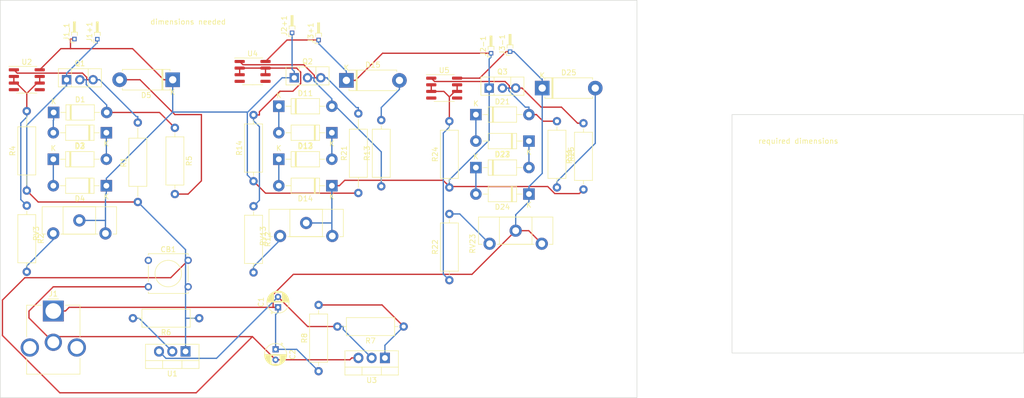
<source format=kicad_pcb>
(kicad_pcb (version 20211014) (generator pcbnew)
  (layers (0 "F.Cu" signal) (31 "B.Cu" signal) (34 "B.Paste" user) (35 "F.Paste" user) (36 "B.SilkS" user "B.Silkscreen") (37 "F.SilkS" user "F.Silkscreen") (38 "B.Mask" user) (39 "F.Mask" user) (44 "Edge.Cuts" user))
  (net 0 "")
  (net 1 "Net-(C1-Pad1)")
  (net 2 "Net-(C1-Pad2)")
  (net 3 "Net-(C2-Pad2)")
  (net 4 "Net-(D1-Pad1)")
  (net 5 "Net-(J1-Pad2)")
  (net 6 "Net-(D2-Pad1)")
  (net 7 "Net-(D3-Pad1)")
  (net 8 "Net-(D1-Pad2)")
  (net 9 "Net-(D4-Pad1)")
  (net 10 "Net-(D5-Pad2)")
  (net 11 "Net-(D11-Pad2)")
  (net 12 "Net-(D11-Pad1)")
  (net 13 "Net-(D12-Pad1)")
  (net 14 "Net-(D14-Pad1)")
  (net 15 "Net-(D15-Pad2)")
  (net 16 "Net-(D21-Pad1)")
  (net 17 "Net-(D21-Pad2)")
  (net 18 "Net-(D22-Pad1)")
  (net 19 "Net-(D23-Pad1)")
  (net 20 "Net-(D13-Pad1)")
  (net 21 "Net-(D25-Pad2)")
  (net 22 "Net-(J1+1-Pad1)")
  (net 23 "Net-(Q1-Pad3)")
  (net 24 "Net-(Q2-Pad3)")
  (net 25 "Net-(Q3-Pad3)")
  (net 26 "Net-(R2-Pad2)")
  (net 27 "Net-(R6-Pad2)")
  (net 28 "Net-(R7-Pad1)")
  (net 29 "Net-(R2-Pad1)")
  (net 30 "Net-(R12-Pad2)")
  (net 31 "Net-(R12-Pad1)")
  (net 32 "Net-(R22-Pad2)")
  (net 33 "Net-(R22-Pad1)")
  (footprint "Package_TO_SOT_THT:TO-126-3_Vertical" (layer "F.Cu") (at 164.32 68.58)
    (fp_text reference "Q3" (at 2.54 -3.12) (layer "F.SilkS"))
    (fp_text value "BD140")
    (pad "1" thru_hole rect (at 0 0) (size 1.8 1.8) (drill 1) (layers *.Cu *.Mask) (net 14 "Net-(D14-Pad1)"))
    (pad "2" thru_hole oval (at 2.54 0) (size 1.8 1.8) (drill 1) (layers *.Cu *.Mask) (net 17 "Net-(D21-Pad2)"))
    (pad "3" thru_hole oval (at 5.08 0) (size 1.8 1.8) (drill 1) (layers *.Cu *.Mask) (net 25 "Net-(Q3-Pad3)"))
  )
  (footprint "Button_Switch_THT:SW_Tactile_Straight_KSL0Axx1LFTR" (layer "F.Cu") (at 99.06 101.6)
    (fp_text reference "CB1" (at 3.81 -2.08) (layer "F.SilkS"))
    (fp_text value "CircuitBreaker_1P")
    (pad "1" thru_hole circle (at 7.62 0) (size 1.397 1.397) (drill 0.8128) (layers *.Cu *.Mask) (net 3 "Net-(C2-Pad2)"))
    (pad "1" thru_hole circle (at 0 0) (size 1.397 1.397) (drill 0.8128) (layers *.Cu *.Mask) (net 3 "Net-(C2-Pad2)"))
    (pad "2" thru_hole circle (at 0 5.08) (size 1.397 1.397) (drill 0.8128) (layers *.Cu *.Mask) (net 5 "Net-(J1-Pad2)"))
    (pad "2" thru_hole circle (at 7.62 5.08) (size 1.397 1.397) (drill 0.8128) (layers *.Cu *.Mask) (net 5 "Net-(J1-Pad2)"))
  )
  (footprint "Capacitor_THT:CP_Radial_D4.0mm_P2.00mm" (layer "F.Cu") (at 123.423 118.668 -90)
    (fp_text reference "C2" (at 1 -3.25 90) (layer "F.SilkS"))
    (fp_text value "100uF")
    (pad "1" thru_hole rect (at 0 0 270) (size 1.2 1.2) (drill 0.6) (layers *.Cu *.Mask) (net 1 "Net-(C1-Pad1)"))
    (pad "2" thru_hole circle (at 2 0 270) (size 1.2 1.2) (drill 0.6) (layers *.Cu *.Mask) (net 3 "Net-(C2-Pad2)"))
  )
  (footprint "Connector_PinHeader_1.00mm:PinHeader_1x01_P1.00mm_Horizontal" (layer "F.Cu") (at 89.285 59.195 90)
    (fp_text reference "J1+1" (at 1.375 -1.5 90) (layer "F.SilkS"))
    (fp_text value "Conn_01x01")
    (pad "1" thru_hole rect (at 0 0 90) (size 0.85 0.85) (drill 0.5) (layers *.Cu *.Mask) (net 22 "Net-(J1+1-Pad1)"))
  )
  (footprint "Resistor_THT:R_Axial_DIN0309_L9.0mm_D3.2mm_P12.70mm_Horizontal" (layer "F.Cu") (at 119.2 86.43 90)
    (fp_text reference "R14" (at 6.35 -2.72 90) (layer "F.SilkS"))
    (fp_text value "R")
    (pad "1" thru_hole circle (at 0 0 90) (size 1.6 1.6) (drill 0.8) (layers *.Cu *.Mask) (net 9 "Net-(D4-Pad1)"))
    (pad "2" thru_hole oval (at 12.7 0 90) (size 1.6 1.6) (drill 0.8) (layers *.Cu *.Mask) (net 31 "Net-(R12-Pad1)"))
  )
  (footprint "Capacitor_THT:CP_Radial_D4.0mm_P2.00mm" (layer "F.Cu") (at 123.8855 110.6126 90)
    (fp_text reference "C1" (at 1 -3.25 90) (layer "F.SilkS"))
    (fp_text value "100uF")
    (pad "1" thru_hole rect (at 0 0 90) (size 1.2 1.2) (drill 0.6) (layers *.Cu *.Mask) (net 1 "Net-(C1-Pad1)"))
    (pad "2" thru_hole circle (at 2 0 90) (size 1.2 1.2) (drill 0.6) (layers *.Cu *.Mask) (net 2 "Net-(C1-Pad2)"))
  )
  (footprint "Resistor_THT:R_Axial_DIN0309_L9.0mm_D3.2mm_P12.70mm_Horizontal" (layer "F.Cu") (at 108.8 112.7 180)
    (fp_text reference "R6" (at 6.35 -2.72) (layer "F.SilkS"))
    (fp_text value "1R1W")
    (pad "1" thru_hole circle (at 0 0 180) (size 1.6 1.6) (drill 0.8) (layers *.Cu *.Mask) (net 22 "Net-(J1+1-Pad1)"))
    (pad "2" thru_hole oval (at 12.7 0 180) (size 1.6 1.6) (drill 0.8) (layers *.Cu *.Mask) (net 27 "Net-(R6-Pad2)"))
  )
  (footprint "Connector_PinHeader_1.00mm:PinHeader_1x01_P1.00mm_Horizontal" (layer "F.Cu") (at 126.58 57.985 90)
    (fp_text reference "J2+1" (at 1.375 -1.5 90) (layer "F.SilkS"))
    (fp_text value "Conn_01x01")
    (pad "1" thru_hole rect (at 0 0 90) (size 0.85 0.85) (drill 0.5) (layers *.Cu *.Mask) (net 9 "Net-(D4-Pad1)"))
  )
  (footprint "Diode_THT:D_DO-41_SOD81_P10.16mm_Horizontal" (layer "F.Cu") (at 161.78 73.66)
    (fp_text reference "D21" (at 5.08 -2.47) (layer "F.SilkS"))
    (fp_text value "1N4007")
    (fp_text user "K" (at 0 -2.1) (layer "F.SilkS"))
    (pad "1" thru_hole rect (at 0 0) (size 2.2 2.2) (drill 1.1) (layers *.Cu *.Mask) (net 16 "Net-(D21-Pad1)"))
    (pad "2" thru_hole oval (at 10.16 0) (size 2.2 2.2) (drill 1.1) (layers *.Cu *.Mask) (net 17 "Net-(D21-Pad2)"))
  )
  (footprint "Resistor_THT:R_Axial_DIN0309_L9.0mm_D3.2mm_P12.70mm_Horizontal" (layer "F.Cu") (at 147.95 114.3 180)
    (fp_text reference "R7" (at 6.35 -2.72) (layer "F.SilkS"))
    (fp_text value "520R")
    (pad "1" thru_hole circle (at 0 0 180) (size 1.6 1.6) (drill 0.8) (layers *.Cu *.Mask) (net 28 "Net-(R7-Pad1)"))
    (pad "2" thru_hole oval (at 12.7 0 180) (size 1.6 1.6) (drill 0.8) (layers *.Cu *.Mask) (net 2 "Net-(C1-Pad2)"))
  )
  (footprint "Diode_THT:D_5W_P10.16mm_Horizontal" (layer "F.Cu") (at 136.98 67.1)
    (fp_text reference "D15" (at 5.08 -2.97) (layer "F.SilkS"))
    (fp_text value "LED")
    (fp_text user "K" (at 0 -2.4) (layer "F.SilkS"))
    (pad "1" thru_hole rect (at 0 0) (size 2.8 2.8) (drill 1.4) (layers *.Cu *.Mask) (net 14 "Net-(D14-Pad1)"))
    (pad "2" thru_hole oval (at 10.16 0) (size 2.8 2.8) (drill 1.4) (layers *.Cu *.Mask) (net 15 "Net-(D15-Pad2)"))
  )
  (footprint "Resistor_THT:R_Axial_DIN0309_L9.0mm_D3.2mm_P12.70mm_Horizontal" (layer "F.Cu") (at 131.66 122.86 90)
    (fp_text reference "R8" (at 6.35 -2.72 90) (layer "F.SilkS"))
    (fp_text value "4.7kR")
    (pad "1" thru_hole circle (at 0 0 90) (size 1.6 1.6) (drill 0.8) (layers *.Cu *.Mask) (net 1 "Net-(C1-Pad1)"))
    (pad "2" thru_hole oval (at 12.7 0 90) (size 1.6 1.6) (drill 0.8) (layers *.Cu *.Mask) (net 28 "Net-(R7-Pad1)"))
  )
  (footprint "Package_TO_SOT_THT:TO-126-3_Vertical" (layer "F.Cu") (at 127 66.605)
    (fp_text reference "Q2" (at 2.54 -3.12) (layer "F.SilkS"))
    (fp_text value "BD140")
    (pad "1" thru_hole rect (at 0 0) (size 1.8 1.8) (drill 1) (layers *.Cu *.Mask) (net 9 "Net-(D4-Pad1)"))
    (pad "2" thru_hole oval (at 2.54 0) (size 1.8 1.8) (drill 1) (layers *.Cu *.Mask) (net 11 "Net-(D11-Pad2)"))
    (pad "3" thru_hole oval (at 5.08 0) (size 1.8 1.8) (drill 1) (layers *.Cu *.Mask) (net 24 "Net-(Q2-Pad3)"))
  )
  (footprint "Package_SO:SOIC-8_3.9x4.9mm_P1.27mm" (layer "F.Cu") (at 119.02 65.38)
    (fp_text reference "U4" (at 0 -3.4) (layer "F.SilkS"))
    (fp_text value "TL431D")
    (pad "1" smd roundrect (at -2.475 -1.905) (size 1.95 0.6) (layers "F.Cu" "F.Paste" "F.Mask") (net 24 "Net-(Q2-Pad3)"))
    (pad "2" smd roundrect (at -2.475 -0.635) (size 1.95 0.6) (layers "F.Cu" "F.Paste" "F.Mask") (net 31 "Net-(R12-Pad1)"))
    (pad "3" smd roundrect (at -2.475 0.635) (size 1.95 0.6) (layers "F.Cu" "F.Paste" "F.Mask") (net 31 "Net-(R12-Pad1)"))
    (pad "4" smd roundrect (at -2.475 1.905) (size 1.95 0.6) (layers "F.Cu" "F.Paste" "F.Mask"))
    (pad "5" smd roundrect (at 2.475 1.905) (size 1.95 0.6) (layers "F.Cu" "F.Paste" "F.Mask"))
    (pad "6" smd roundrect (at 2.475 0.635) (size 1.95 0.6) (layers "F.Cu" "F.Paste" "F.Mask") (net 31 "Net-(R12-Pad1)"))
    (pad "7" smd roundrect (at 2.475 -0.635) (size 1.95 0.6) (layers "F.Cu" "F.Paste" "F.Mask") (net 31 "Net-(R12-Pad1)"))
    (pad "8" smd roundrect (at 2.475 -1.905) (size 1.95 0.6) (layers "F.Cu" "F.Paste" "F.Mask") (net 14 "Net-(D14-Pad1)"))
  )
  (footprint "Connector_PinHeader_1.00mm:PinHeader_1x01_P1.00mm_Horizontal" (layer "F.Cu") (at 131.66 59.36 90)
    (fp_text reference "J3+1" (at 1.375 -1.5 90) (layer "F.SilkS"))
    (fp_text value "Conn_01x01")
    (pad "1" thru_hole rect (at 0 0 90) (size 0.85 0.85) (drill 0.5) (layers *.Cu *.Mask) (net 14 "Net-(D14-Pad1)"))
  )
  (footprint "Diode_THT:D_5W_P10.16mm_Horizontal" (layer "F.Cu") (at 174.48 68.58)
    (fp_text reference "D25" (at 5.08 -2.97) (layer "F.SilkS"))
    (fp_text value "LED")
    (fp_text user "K" (at 0 -2.4) (layer "F.SilkS"))
    (pad "1" thru_hole rect (at 0 0) (size 2.8 2.8) (drill 1.4) (layers *.Cu *.Mask) (net 1 "Net-(C1-Pad1)"))
    (pad "2" thru_hole oval (at 10.16 0) (size 2.8 2.8) (drill 1.4) (layers *.Cu *.Mask) (net 21 "Net-(D25-Pad2)"))
  )
  (footprint "Diode_THT:D_DO-41_SOD81_P10.16mm_Horizontal" (layer "F.Cu") (at 124.04 72.06)
    (fp_text reference "D11" (at 5.08 -2.47) (layer "F.SilkS"))
    (fp_text value "1N4007")
    (fp_text user "K" (at 0 -2.1) (layer "F.SilkS"))
    (pad "1" thru_hole rect (at 0 0) (size 2.2 2.2) (drill 1.1) (layers *.Cu *.Mask) (net 12 "Net-(D11-Pad1)"))
    (pad "2" thru_hole oval (at 10.16 0) (size 2.2 2.2) (drill 1.1) (layers *.Cu *.Mask) (net 11 "Net-(D11-Pad2)"))
  )
  (footprint "Diode_THT:D_DO-41_SOD81_P10.16mm_Horizontal" (layer "F.Cu") (at 80.86 82.22)
    (fp_text reference "D3" (at 5.08 -2.47) (layer "F.SilkS"))
    (fp_text value "1N4007")
    (fp_text user "K" (at 0 -2.1) (layer "F.SilkS"))
    (pad "1" thru_hole rect (at 0 0) (size 2.2 2.2) (drill 1.1) (layers *.Cu *.Mask) (net 7 "Net-(D3-Pad1)"))
    (pad "2" thru_hole oval (at 10.16 0) (size 2.2 2.2) (drill 1.1) (layers *.Cu *.Mask) (net 6 "Net-(D2-Pad1)"))
  )
  (footprint "Resistor_THT:R_Axial_DIN0309_L9.0mm_D3.2mm_P12.70mm_Horizontal" (layer "F.Cu") (at 119.2 91.23 -90)
    (fp_text reference "R12" (at 6.35 -2.72 90) (layer "F.SilkS"))
    (fp_text value "R")
    (pad "1" thru_hole circle (at 0 0 270) (size 1.6 1.6) (drill 0.8) (layers *.Cu *.Mask) (net 31 "Net-(R12-Pad1)"))
    (pad "2" thru_hole oval (at 12.7 0 270) (size 1.6 1.6) (drill 0.8) (layers *.Cu *.Mask) (net 30 "Net-(R12-Pad2)"))
  )
  (footprint "Package_TO_SOT_THT:TO-220-3_Vertical" (layer "F.Cu") (at 106.18 119.07 180)
    (fp_text reference "U1" (at 2.54 -4.27) (layer "F.SilkS"))
    (fp_text value "LM317_TO-220")
    (pad "1" thru_hole rect (at 0 0 180) (size 1.905 2) (drill 1.1) (layers *.Cu *.Mask) (net 22 "Net-(J1+1-Pad1)"))
    (pad "2" thru_hole oval (at 2.54 0 180) (size 1.905 2) (drill 1.1) (layers *.Cu *.Mask) (net 27 "Net-(R6-Pad2)"))
    (pad "3" thru_hole oval (at 5.08 0 180) (size 1.905 2) (drill 1.1) (layers *.Cu *.Mask) (net 2 "Net-(C1-Pad2)"))
  )
  (footprint "Connector_PinHeader_1.00mm:PinHeader_1x01_P1.00mm_Horizontal" (layer "F.Cu") (at 84.9 59.175 90)
    (fp_text reference "J1_1" (at 1.375 -1.5 90) (layer "F.SilkS"))
    (fp_text value "Conn_01x01")
    (pad "1" thru_hole rect (at 0 0 90) (size 0.85 0.85) (drill 0.5) (layers *.Cu *.Mask) (net 9 "Net-(D4-Pad1)"))
  )
  (footprint "Diode_THT:D_DO-41_SOD81_P10.16mm_Horizontal" (layer "F.Cu") (at 134.2 87.3 180)
    (fp_text reference "D14" (at 5.08 -2.47) (layer "F.SilkS"))
    (fp_text value "1N4007")
    (fp_text user "K" (at 0 -2.1) (layer "F.SilkS"))
    (pad "1" thru_hole rect (at 0 0 180) (size 2.2 2.2) (drill 1.1) (layers *.Cu *.Mask) (net 14 "Net-(D14-Pad1)"))
    (pad "2" thru_hole oval (at 10.16 0 180) (size 2.2 2.2) (drill 1.1) (layers *.Cu *.Mask) (net 20 "Net-(D13-Pad1)"))
  )
  (footprint "Potentiometer_THT:Potentiometer_ACP_CA14-H2,5_Horizontal" (layer "F.Cu") (at 124.28 96.94 90)
    (fp_text reference "RV13" (at 0 -3.25 90) (layer "F.SilkS"))
    (fp_text value "R_Potentiometer")
    (pad "1" thru_hole circle (at 0 0 90) (size 2.34 2.34) (drill 1.3) (layers *.Cu *.Mask) (net 30 "Net-(R12-Pad2)"))
    (pad "2" thru_hole circle (at 2.5 5 90) (size 2.34 2.34) (drill 1.3) (layers *.Cu *.Mask) (net 14 "Net-(D14-Pad1)"))
    (pad "3" thru_hole circle (at 0 10 90) (size 2.34 2.34) (drill 1.3) (layers *.Cu *.Mask) (net 14 "Net-(D14-Pad1)"))
  )
  (footprint "Diode_THT:D_DO-41_SOD81_P10.16mm_Horizontal" (layer "F.Cu") (at 91.02 87.3 180)
    (fp_text reference "D4" (at 5.08 -2.47) (layer "F.SilkS"))
    (fp_text value "1N4007")
    (fp_text user "K" (at 0 -2.1) (layer "F.SilkS"))
    (pad "1" thru_hole rect (at 0 0 180) (size 2.2 2.2) (drill 1.1) (layers *.Cu *.Mask) (net 9 "Net-(D4-Pad1)"))
    (pad "2" thru_hole oval (at 10.16 0 180) (size 2.2 2.2) (drill 1.1) (layers *.Cu *.Mask) (net 7 "Net-(D3-Pad1)"))
  )
  (footprint "Package_TO_SOT_THT:TO-126-3_Vertical" (layer "F.Cu") (at 83.4 66.98)
    (fp_text reference "Q1" (at 2.54 -3.12) (layer "F.SilkS"))
    (fp_text value "BD140")
    (pad "1" thru_hole rect (at 0 0) (size 1.8 1.8) (drill 1) (layers *.Cu *.Mask) (net 22 "Net-(J1+1-Pad1)"))
    (pad "2" thru_hole oval (at 2.54 0) (size 1.8 1.8) (drill 1) (layers *.Cu *.Mask) (net 8 "Net-(D1-Pad2)"))
    (pad "3" thru_hole oval (at 5.08 0) (size 1.8 1.8) (drill 1) (layers *.Cu *.Mask) (net 23 "Net-(Q1-Pad3)"))
  )
  (footprint "Diode_THT:D_DO-41_SOD81_P10.16mm_Horizontal" (layer "F.Cu") (at 80.92 73.25)
    (fp_text reference "D1" (at 5.08 -2.47) (layer "F.SilkS"))
    (fp_text value "1N4007")
    (fp_text user "K" (at 0 -2.1) (layer "F.SilkS"))
    (pad "1" thru_hole rect (at 0 0) (size 2.2 2.2) (drill 1.1) (layers *.Cu *.Mask) (net 4 "Net-(D1-Pad1)"))
    (pad "2" thru_hole oval (at 10.16 0) (size 2.2 2.2) (drill 1.1) (layers *.Cu *.Mask) (net 8 "Net-(D1-Pad2)"))
  )
  (footprint "Diode_THT:D_DO-41_SOD81_P10.16mm_Horizontal" (layer "F.Cu") (at 134.2 77.14 180)
    (fp_text reference "D12" (at 5.08 -2.47) (layer "F.SilkS"))
    (fp_text value "1N4007")
    (fp_text user "K" (at 0 -2.1) (layer "F.SilkS"))
    (pad "1" thru_hole rect (at 0 0 180) (size 2.2 2.2) (drill 1.1) (layers *.Cu *.Mask) (net 13 "Net-(D12-Pad1)"))
    (pad "2" thru_hole oval (at 10.16 0 180) (size 2.2 2.2) (drill 1.1) (layers *.Cu *.Mask) (net 12 "Net-(D11-Pad1)"))
  )
  (footprint "Resistor_THT:R_Axial_DIN0309_L9.0mm_D3.2mm_P12.70mm_Horizontal" (layer "F.Cu") (at 182.38 88.02 90)
    (fp_text reference "R31" (at 6.35 -2.72 90) (layer "F.SilkS"))
    (fp_text value "R")
    (pad "1" thru_hole circle (at 0 0 90) (size 1.6 1.6) (drill 0.8) (layers *.Cu *.Mask) (net 14 "Net-(D14-Pad1)"))
    (pad "2" thru_hole oval (at 12.7 0 90) (size 1.6 1.6) (drill 0.8) (layers *.Cu *.Mask) (net 25 "Net-(Q3-Pad3)"))
  )
  (footprint "Resistor_THT:R_Axial_DIN0309_L9.0mm_D3.2mm_P15.24mm_Horizontal" (layer "F.Cu") (at 139.27 88.69 90)
    (fp_text reference "R21" (at 7.62 -2.72 90) (layer "F.SilkS"))
    (fp_text value "R")
    (pad "1" thru_hole circle (at 0 0 90) (size 1.6 1.6) (drill 0.8) (layers *.Cu *.Mask) (net 9 "Net-(D4-Pad1)"))
    (pad "2" thru_hole oval (at 15.24 0 90) (size 1.6 1.6) (drill 0.8) (layers *.Cu *.Mask) (net 24 "Net-(Q2-Pad3)"))
  )
  (footprint "Connector_PinHeader_1.00mm:PinHeader_1x01_P1.00mm_Horizontal" (layer "F.Cu") (at 168.325 61.595 90)
    (fp_text reference "J3-1" (at 1.375 -1.5 90) (layer "F.SilkS"))
    (fp_text value "Conn_01x01")
    (pad "1" thru_hole rect (at 0 0 90) (size 0.85 0.85) (drill 0.5) (layers *.Cu *.Mask) (net 1 "Net-(C1-Pad1)"))
  )
  (footprint "Potentiometer_THT:Potentiometer_ACP_CA14-H2,5_Horizontal" (layer "F.Cu") (at 80.846 96.449 90)
    (fp_text reference "RV3" (at 0 -3.25 90) (layer "F.SilkS"))
    (fp_text value "R_Potentiometer")
    (pad "1" thru_hole circle (at 0 0 90) (size 2.34 2.34) (drill 1.3) (layers *.Cu *.Mask) (net 26 "Net-(R2-Pad2)"))
    (pad "2" thru_hole circle (at 2.5 5 90) (size 2.34 2.34) (drill 1.3) (layers *.Cu *.Mask) (net 9 "Net-(D4-Pad1)"))
    (pad "3" thru_hole circle (at 0 10 90) (size 2.34 2.34) (drill 1.3) (layers *.Cu *.Mask) (net 9 "Net-(D4-Pad1)"))
  )
  (footprint "Resistor_THT:R_Axial_DIN0309_L9.0mm_D3.2mm_P12.70mm_Horizontal" (layer "F.Cu") (at 143.66 87.42 90)
    (fp_text reference "R13" (at 6.35 -2.72 90) (layer "F.SilkS"))
    (fp_text value "R")
    (pad "1" thru_hole circle (at 0 0 90) (size 1.6 1.6) (drill 0.8) (layers *.Cu *.Mask) (net 11 "Net-(D11-Pad2)"))
    (pad "2" thru_hole oval (at 12.7 0 90) (size 1.6 1.6) (drill 0.8) (layers *.Cu *.Mask) (net 15 "Net-(D15-Pad2)"))
  )
  (footprint "Diode_THT:D_DO-41_SOD81_P10.16mm_Horizontal" (layer "F.Cu") (at 171.94 78.74 180)
    (fp_text reference "D22" (at 5.08 -2.47) (layer "F.SilkS"))
    (fp_text value "1N4007")
    (fp_text user "K" (at 0 -2.1) (layer "F.SilkS"))
    (pad "1" thru_hole rect (at 0 0 180) (size 2.2 2.2) (drill 1.1) (layers *.Cu *.Mask) (net 18 "Net-(D22-Pad1)"))
    (pad "2" thru_hole oval (at 10.16 0 180) (size 2.2 2.2) (drill 1.1) (layers *.Cu *.Mask) (net 16 "Net-(D21-Pad1)"))
  )
  (footprint "Resistor_THT:R_Axial_DIN0309_L9.0mm_D3.2mm_P12.70mm_Horizontal" (layer "F.Cu") (at 75.78 91.11 -90)
    (fp_text reference "R2" (at 6.35 -2.72 90) (layer "F.SilkS"))
    (fp_text value "R")
    (pad "1" thru_hole circle (at 0 0 270) (size 1.6 1.6) (drill 0.8) (layers *.Cu *.Mask) (net 29 "Net-(R2-Pad1)"))
    (pad "2" thru_hole oval (at 12.7 0 270) (size 1.6 1.6) (drill 0.8) (layers *.Cu *.Mask) (net 26 "Net-(R2-Pad2)"))
  )
  (footprint "Resistor_THT:R_Axial_DIN0309_L9.0mm_D3.2mm_P12.70mm_Horizontal" (layer "F.Cu") (at 156.7 105.41 90)
    (fp_text reference "R22" (at 6.35 -2.72 90) (layer "F.SilkS"))
    (fp_text value "R")
    (pad "1" thru_hole circle (at 0 0 90) (size 1.6 1.6) (drill 0.8) (layers *.Cu *.Mask) (net 33 "Net-(R22-Pad1)"))
    (pad "2" thru_hole oval (at 12.7 0 90) (size 1.6 1.6) (drill 0.8) (layers *.Cu *.Mask) (net 32 "Net-(R22-Pad2)"))
  )
  (footprint "Diode_THT:D_DO-41_SOD81_P10.16mm_Horizontal" (layer "F.Cu") (at 161.78 83.82)
    (fp_text reference "D23" (at 5.08 -2.47) (layer "F.SilkS"))
    (fp_text value "1N4007")
    (fp_text user "K" (at 0 -2.1) (layer "F.SilkS"))
    (pad "1" thru_hole rect (at 0 0) (size 2.2 2.2) (drill 1.1) (layers *.Cu *.Mask) (net 19 "Net-(D23-Pad1)"))
    (pad "2" thru_hole oval (at 10.16 0) (size 2.2 2.2) (drill 1.1) (layers *.Cu *.Mask) (net 18 "Net-(D22-Pad1)"))
  )
  (footprint "Package_TO_SOT_THT:TO-220-3_Vertical" (layer "F.Cu") (at 144.36 120.32 180)
    (fp_text reference "U3" (at 2.54 -4.27) (layer "F.SilkS"))
    (fp_text value "LM317_TO-220")
    (pad "1" thru_hole rect (at 0 0 180) (size 1.905 2) (drill 1.1) (layers *.Cu *.Mask) (net 28 "Net-(R7-Pad1)"))
    (pad "2" thru_hole oval (at 2.54 0 180) (size 1.905 2) (drill 1.1) (layers *.Cu *.Mask) (net 2 "Net-(C1-Pad2)"))
    (pad "3" thru_hole oval (at 5.08 0 180) (size 1.905 2) (drill 1.1) (layers *.Cu *.Mask) (net 3 "Net-(C2-Pad2)"))
  )
  (footprint "Package_SO:SOIC-8_3.9x4.9mm_P1.27mm" (layer "F.Cu") (at 75.78 66.98)
    (fp_text reference "U2" (at 0 -3.4) (layer "F.SilkS"))
    (fp_text value "TL431D")
    (pad "1" smd roundrect (at -2.475 -1.905) (size 1.95 0.6) (layers "F.Cu" "F.Paste" "F.Mask") (net 23 "Net-(Q1-Pad3)"))
    (pad "2" smd roundrect (at -2.475 -0.635) (size 1.95 0.6) (layers "F.Cu" "F.Paste" "F.Mask") (net 29 "Net-(R2-Pad1)"))
    (pad "3" smd roundrect (at -2.475 0.635) (size 1.95 0.6) (layers "F.Cu" "F.Paste" "F.Mask") (net 29 "Net-(R2-Pad1)"))
    (pad "4" smd roundrect (at -2.475 1.905) (size 1.95 0.6) (layers "F.Cu" "F.Paste" "F.Mask"))
    (pad "5" smd roundrect (at 2.475 1.905) (size 1.95 0.6) (layers "F.Cu" "F.Paste" "F.Mask"))
    (pad "6" smd roundrect (at 2.475 0.635) (size 1.95 0.6) (layers "F.Cu" "F.Paste" "F.Mask") (net 29 "Net-(R2-Pad1)"))
    (pad "7" smd roundrect (at 2.475 -0.635) (size 1.95 0.6) (layers "F.Cu" "F.Paste" "F.Mask") (net 29 "Net-(R2-Pad1)"))
    (pad "8" smd roundrect (at 2.475 -1.905) (size 1.95 0.6) (layers "F.Cu" "F.Paste" "F.Mask") (net 9 "Net-(D4-Pad1)"))
  )
  (footprint "Resistor_THT:R_Axial_DIN0309_L9.0mm_D3.2mm_P15.24mm_Horizontal" (layer "F.Cu") (at 97.04 90.42 90)
    (fp_text reference "R1" (at 7.62 -2.72 90) (layer "F.SilkS"))
    (fp_text value "R")
    (pad "1" thru_hole circle (at 0 0 90) (size 1.6 1.6) (drill 0.8) (layers *.Cu *.Mask) (net 22 "Net-(J1+1-Pad1)"))
    (pad "2" thru_hole oval (at 15.24 0 90) (size 1.6 1.6) (drill 0.8) (layers *.Cu *.Mask) (net 23 "Net-(Q1-Pad3)"))
  )
  (footprint "Diode_THT:D_5W_P10.16mm_Horizontal" (layer "F.Cu") (at 103.72 66.98 180)
    (fp_text reference "D5" (at 5.08 -2.97) (layer "F.SilkS"))
    (fp_text value "LED")
    (fp_text user "K" (at 0 -2.4) (layer "F.SilkS"))
    (pad "1" thru_hole rect (at 0 0 180) (size 2.8 2.8) (drill 1.4) (layers *.Cu *.Mask) (net 9 "Net-(D4-Pad1)"))
    (pad "2" thru_hole oval (at 10.16 0 180) (size 2.8 2.8) (drill 1.4) (layers *.Cu *.Mask) (net 10 "Net-(D5-Pad2)"))
  )
  (footprint "Resistor_THT:R_Axial_DIN0309_L9.0mm_D3.2mm_P12.70mm_Horizontal" (layer "F.Cu") (at 104.14 76.2 -90)
    (fp_text reference "R5" (at 6.35 -2.72 90) (layer "F.SilkS"))
    (fp_text value "R")
    (pad "1" thru_hole circle (at 0 0 270) (size 1.6 1.6) (drill 0.8) (layers *.Cu *.Mask) (net 8 "Net-(D1-Pad2)"))
    (pad "2" thru_hole oval (at 12.7 0 270) (size 1.6 1.6) (drill 0.8) (layers *.Cu *.Mask) (net 10 "Net-(D5-Pad2)"))
  )
  (footprint "Connector_BarrelJack:BarrelJack_CUI_PJ-063AH_Horizontal_CircularHoles" (layer "F.Cu") (at 80.86 111.32)
    (fp_text reference "J1" (at 0 -3.3) (layer "F.SilkS"))
    (fp_text value "Barrel_Jack")
    (pad "" np_thru_hole circle (at 0 9) (size 1.6 1.6) (drill 1.6) (layers *.Cu *.Mask))
    (pad "1" thru_hole rect (at 0 0) (size 4 4) (drill 3) (layers *.Cu *.Mask) (net 1 "Net-(C1-Pad1)"))
    (pad "2" thru_hole circle (at 0 6) (size 3.3 3.3) (drill 2.3) (layers *.Cu *.Mask) (net 5 "Net-(J1-Pad2)"))
    (pad "MP" thru_hole circle (at 4.5 7) (size 3.5 3.5) (drill 2.5) (layers *.Cu *.Mask))
    (pad "MP" thru_hole circle (at -4.5 7) (size 3.5 3.5) (drill 2.5) (layers *.Cu *.Mask))
  )
  (footprint "Connector_PinHeader_1.00mm:PinHeader_1x01_P1.00mm_Horizontal" (layer "F.Cu") (at 164.68 61.9 90)
    (fp_text reference "J2-1" (at 1.375 -1.5 90) (layer "F.SilkS"))
    (fp_text value "Conn_01x01")
    (pad "1" thru_hole rect (at 0 0 90) (size 0.85 0.85) (drill 0.5) (layers *.Cu *.Mask) (net 14 "Net-(D14-Pad1)"))
  )
  (footprint "Resistor_THT:R_Axial_DIN0309_L9.0mm_D3.2mm_P12.70mm_Horizontal" (layer "F.Cu") (at 156.7 87.63 90)
    (fp_text reference "R24" (at 6.35 -2.72 90) (layer "F.SilkS"))
    (fp_text value "R")
    (pad "1" thru_hole circle (at 0 0 90) (size 1.6 1.6) (drill 0.8) (layers *.Cu *.Mask) (net 14 "Net-(D14-Pad1)"))
    (pad "2" thru_hole oval (at 12.7 0 90) (size 1.6 1.6) (drill 0.8) (layers *.Cu *.Mask) (net 33 "Net-(R22-Pad1)"))
  )
  (footprint "Potentiometer_THT:Potentiometer_ACP_CA14-H2,5_Horizontal" (layer "F.Cu") (at 164.4 98.42 90)
    (fp_text reference "RV23" (at 0 -3.25 90) (layer "F.SilkS"))
    (fp_text value "R_Potentiometer")
    (pad "1" thru_hole circle (at 0 0 90) (size 2.34 2.34) (drill 1.3) (layers *.Cu *.Mask) (net 32 "Net-(R22-Pad2)"))
    (pad "2" thru_hole circle (at 2.5 5 90) (size 2.34 2.34) (drill 1.3) (layers *.Cu *.Mask) (net 1 "Net-(C1-Pad1)"))
    (pad "3" thru_hole circle (at 0 10 90) (size 2.34 2.34) (drill 1.3) (layers *.Cu *.Mask) (net 1 "Net-(C1-Pad1)"))
  )
  (footprint "Resistor_THT:R_Axial_DIN0309_L9.0mm_D3.2mm_P12.70mm_Horizontal" (layer "F.Cu") (at 177.3 74.93 -90)
    (fp_text reference "R25" (at 6.35 -2.72 90) (layer "F.SilkS"))
    (fp_text value "R")
    (pad "1" thru_hole circle (at 0 0 270) (size 1.6 1.6) (drill 0.8) (layers *.Cu *.Mask) (net 17 "Net-(D21-Pad2)"))
    (pad "2" thru_hole oval (at 12.7 0 270) (size 1.6 1.6) (drill 0.8) (layers *.Cu *.Mask) (net 21 "Net-(D25-Pad2)"))
  )
  (footprint "Resistor_THT:R_Axial_DIN0309_L9.0mm_D3.2mm_P15.24mm_Horizontal" (layer "F.Cu") (at 75.78 88.24 90)
    (fp_text reference "R4" (at 7.62 -2.72 90) (layer "F.SilkS"))
    (fp_text value "R")
    (pad "1" thru_hole circle (at 0 0 90) (size 1.6 1.6) (drill 0.8) (layers *.Cu *.Mask) (net 22 "Net-(J1+1-Pad1)"))
    (pad "2" thru_hole oval (at 15.24 0 90) (size 1.6 1.6) (drill 0.8) (layers *.Cu *.Mask) (net 29 "Net-(R2-Pad1)"))
  )
  (footprint "Diode_THT:D_DO-41_SOD81_P10.16mm_Horizontal" (layer "F.Cu") (at 171.94 88.9 180)
    (fp_text reference "D24" (at 5.08 -2.47) (layer "F.SilkS"))
    (fp_text value "1N4007")
    (fp_text user "K" (at 0 -2.1) (layer "F.SilkS"))
    (pad "1" thru_hole rect (at 0 0 180) (size 2.2 2.2) (drill 1.1) (layers *.Cu *.Mask) (net 1 "Net-(C1-Pad1)"))
    (pad "2" thru_hole oval (at 10.16 0 180) (size 2.2 2.2) (drill 1.1) (layers *.Cu *.Mask) (net 19 "Net-(D23-Pad1)"))
  )
  (footprint "Diode_THT:D_DO-41_SOD81_P10.16mm_Horizontal" (layer "F.Cu") (at 124.04 82.22)
    (fp_text reference "D13" (at 5.08 -2.47) (layer "F.SilkS"))
    (fp_text value "1N4007")
    (fp_text user "K" (at 0 -2.1) (layer "F.SilkS"))
    (pad "1" thru_hole rect (at 0 0) (size 2.2 2.2) (drill 1.1) (layers *.Cu *.Mask) (net 20 "Net-(D13-Pad1)"))
    (pad "2" thru_hole oval (at 10.16 0) (size 2.2 2.2) (drill 1.1) (layers *.Cu *.Mask) (net 13 "Net-(D12-Pad1)"))
  )
  (footprint "Diode_THT:D_DO-41_SOD81_P10.16mm_Horizontal" (layer "F.Cu") (at 91.02 77.14 180)
    (fp_text reference "D2" (at 5.08 -2.47) (layer "F.SilkS"))
    (fp_text value "1N4007")
    (fp_text user "K" (at 0 -2.1) (layer "F.SilkS"))
    (pad "1" thru_hole rect (at 0 0 180) (size 2.2 2.2) (drill 1.1) (layers *.Cu *.Mask) (net 6 "Net-(D2-Pad1)"))
    (pad "2" thru_hole oval (at 10.16 0 180) (size 2.2 2.2) (drill 1.1) (layers *.Cu *.Mask) (net 4 "Net-(D1-Pad1)"))
  )
  (footprint "Package_SO:SOIC-8_3.9x4.9mm_P1.27mm" (layer "F.Cu") (at 155.71 68.58)
    (fp_text reference "U5" (at 0 -3.4) (layer "F.SilkS"))
    (fp_text value "TL431D")
    (pad "1" smd roundrect (at -2.475 -1.905) (size 1.95 0.6) (layers "F.Cu" "F.Paste" "F.Mask") (net 25 "Net-(Q3-Pad3)"))
    (pad "2" smd roundrect (at -2.475 -0.635) (size 1.95 0.6) (layers "F.Cu" "F.Paste" "F.Mask") (net 33 "Net-(R22-Pad1)"))
    (pad "3" smd roundrect (at -2.475 0.635) (size 1.95 0.6) (layers "F.Cu" "F.Paste" "F.Mask") (net 33 "Net-(R22-Pad1)"))
    (pad "4" smd roundrect (at -2.475 1.905) (size 1.95 0.6) (layers "F.Cu" "F.Paste" "F.Mask"))
    (pad "5" smd roundrect (at 2.475 1.905) (size 1.95 0.6) (layers "F.Cu" "F.Paste" "F.Mask"))
    (pad "6" smd roundrect (at 2.475 0.635) (size 1.95 0.6) (layers "F.Cu" "F.Paste" "F.Mask") (net 33 "Net-(R22-Pad1)"))
    (pad "7" smd roundrect (at 2.475 -0.635) (size 1.95 0.6) (layers "F.Cu" "F.Paste" "F.Mask") (net 33 "Net-(R22-Pad1)"))
    (pad "8" smd roundrect (at 2.475 -1.905) (size 1.95 0.6) (layers "F.Cu" "F.Paste" "F.Mask") (net 1 "Net-(C1-Pad1)"))
  )
  (gr_rect (start 210.82 73.66) (end 266.7 119.38) (layer "Edge.Cuts") (width 0.1) (fill none))
  (gr_rect (start 70.7 51.74) (end 192.62 127.94) (layer "Edge.Cuts") (width 0.1) (fill none))
  (gr_text "required dimensions\n" (at 223.52 78.74) (layer "F.SilkS") (effects (font (size 1 1))))
  (gr_text "dimensions needed" (at 106.68 55.88) (layer "F.SilkS") (effects (font (size 1 1))))
  (segment (start 83.8925 110.6126) (end 122.9499 110.6126) (width 0.25) (layer "F.Cu") (net 1))
  (segment (start 171.9 95.92) (end 174.4 98.42) (width 0.25) (layer "F.Cu") (net 1))
  (segment (start 169.4 95.92) (end 171.9 95.92) (width 0.25) (layer "F.Cu") (net 1))
  (segment (start 126.8315 104.2848) (end 161.0352 104.2848) (width 0.25) (layer "F.Cu") (net 1))
  (segment (start 122.9499 110.6126) (end 123.8855 110.6126) (width 0.25) (layer "F.Cu") (net 1))
  (segment (start 122.9499 110.6126) (end 122.9499 108.1664) (width 0.25) (layer "F.Cu") (net 1))
  (segment (start 83.1851 111.32) (end 83.8925 110.6126) (width 0.25) (layer "F.Cu") (net 1))
  (segment (start 80.86 111.32) (end 83.1851 111.32) (width 0.25) (layer "F.Cu") (net 1))
  (segment (start 168.325 61.595) (end 167.5749 61.595) (width 0.25) (layer "F.Cu") (net 1))
  (segment (start 162.4949 66.675) (end 158.185 66.675) (width 0.25) (layer "F.Cu") (net 1))
  (segment (start 167.5749 61.595) (end 162.4949 66.675) (width 0.25) (layer "F.Cu") (net 1))
  (segment (start 161.0352 104.2848) (end 169.4 95.92) (width 0.25) (layer "F.Cu") (net 1))
  (segment (start 122.9499 108.1664) (end 126.8315 104.2848) (width 0.25) (layer "F.Cu") (net 1))
  (segment (start 171.94 90.3251) (end 169.4 92.8651) (width 0.25) (layer "B.Cu") (net 1))
  (segment (start 123.423 112.0002) (end 123.423 118.668) (width 0.25) (layer "B.Cu") (net 1))
  (segment (start 174.48 68.58) (end 174.48 66.8549) (width 0.25) (layer "B.Cu") (net 1))
  (segment (start 168.325 61.595) (end 169.0751 61.595) (width 0.25) (layer "B.Cu") (net 1))
  (segment (start 169.4 92.8651) (end 169.4 95.92) (width 0.25) (layer "B.Cu") (net 1))
  (segment (start 174.335 66.8549) (end 169.0751 61.595) (width 0.25) (layer "B.Cu") (net 1))
  (segment (start 171.94 89.6125) (end 171.94 90.3251) (width 0.25) (layer "B.Cu") (net 1))
  (segment (start 123.423 118.668) (end 127.468 118.668) (width 0.25) (layer "B.Cu") (net 1))
  (segment (start 174.48 66.8549) (end 174.335 66.8549) (width 0.25) (layer "B.Cu") (net 1))
  (segment (start 127.468 118.668) (end 131.66 122.86) (width 0.25) (layer "B.Cu") (net 1))
  (segment (start 123.8855 110.6126) (end 123.8855 111.5377) (width 0.25) (layer "B.Cu") (net 1))
  (segment (start 171.94 89.6125) (end 171.94 88.9) (width 0.25) (layer "B.Cu") (net 1))
  (segment (start 174.48 84.9349) (end 174.48 68.58) (width 0.25) (layer "B.Cu") (net 1))
  (segment (start 123.8855 111.5377) (end 123.423 112.0002) (width 0.25) (layer "B.Cu") (net 1))
  (segment (start 171.94 87.4749) (end 174.48 84.9349) (width 0.25) (layer "B.Cu") (net 1))
  (segment (start 171.94 88.9) (end 171.94 87.4749) (width 0.25) (layer "B.Cu") (net 1))
  (segment (start 129.5729 114.3) (end 135.25 114.3) (width 0.25) (layer "F.Cu") (net 2))
  (segment (start 123.8855 108.6126) (end 129.5729 114.3) (width 0.25) (layer "F.Cu") (net 2))
  (segment (start 102.4252 120.3952) (end 112.1029 120.3952) (width 0.25) (layer "B.Cu") (net 2))
  (segment (start 135.25 114.3) (end 136.3751 114.3) (width 0.25) (layer "B.Cu") (net 2))
  (segment (start 112.1029 120.3952) (end 123.8855 108.6126) (width 0.25) (layer "B.Cu") (net 2))
  (segment (start 136.3751 114.3) (end 136.3751 114.8751) (width 0.25) (layer "B.Cu") (net 2))
  (segment (start 101.1 119.07) (end 102.4252 120.3952) (width 0.25) (layer "B.Cu") (net 2))
  (segment (start 136.3751 114.8751) (end 141.82 120.32) (width 0.25) (layer "B.Cu") (net 2))
  (segment (start 139.28 120.32) (end 138.0024 120.32) (width 0.25) (layer "F.Cu") (net 3))
  (segment (start 123.423 120.668) (end 118.9874 116.2324) (width 0.25) (layer "F.Cu") (net 3))
  (segment (start 71.12 109.22) (end 71.12 116.014494) (width 0.25) (layer "F.Cu") (net 3))
  (segment (start 75.405 104.935) (end 71.12 109.22) (width 0.25) (layer "F.Cu") (net 3))
  (segment (start 137.6544 120.668) (end 123.423 120.668) (width 0.25) (layer "F.Cu") (net 3))
  (segment (start 71.12 116.014494) (end 82.105506 127) (width 0.25) (layer "F.Cu") (net 3))
  (segment (start 106.68 101.6) (end 103.345 104.935) (width 0.25) (layer "F.Cu") (net 3))
  (segment (start 108.2198 127) (end 118.9874 116.2324) (width 0.25) (layer "F.Cu") (net 3))
  (segment (start 138.0024 120.32) (end 137.6544 120.668) (width 0.25) (layer "F.Cu") (net 3))
  (segment (start 82.105506 127) (end 108.2198 127) (width 0.25) (layer "F.Cu") (net 3))
  (segment (start 118.9874 116.2324) (end 81.9476 116.2324) (width 0.25) (layer "F.Cu") (net 3))
  (segment (start 81.9476 116.2324) (end 80.86 117.32) (width 0.25) (layer "F.Cu") (net 3))
  (segment (start 103.345 104.935) (end 75.405 104.935) (width 0.25) (layer "F.Cu") (net 3))
  (segment (start 80.92 74.6751) (end 80.86 74.7351) (width 0.25) (layer "B.Cu") (net 4))
  (segment (start 80.86 74.7351) (end 80.86 77.14) (width 0.25) (layer "B.Cu") (net 4))
  (segment (start 80.92 73.25) (end 80.92 74.6751) (width 0.25) (layer "B.Cu") (net 4))
  (segment (start 76.2 111.33) (end 76.2 112.66) (width 0.25) (layer "F.Cu") (net 5))
  (segment (start 99.06 106.68) (end 80.85 106.68) (width 0.25) (layer "F.Cu") (net 5))
  (segment (start 76.2 112.66) (end 80.541802 117.001802) (width 0.25) (layer "F.Cu") (net 5))
  (segment (start 80.85 106.68) (end 76.2 111.33) (width 0.25) (layer "F.Cu") (net 5))
  (segment (start 91.02 77.14) (end 91.02 82.22) (width 0.25) (layer "B.Cu") (net 6))
  (segment (start 80.86 82.22) (end 80.86 87.3) (width 0.25) (layer "B.Cu") (net 7))
  (segment (start 101.19 73.25) (end 104.14 76.2) (width 0.25) (layer "F.Cu") (net 8))
  (segment (start 91.08 73.25) (end 101.19 73.25) (width 0.25) (layer "F.Cu") (net 8))
  (segment (start 85.94 66.98) (end 87.1651 66.98) (width 0.25) (layer "B.Cu") (net 8))
  (segment (start 91.08 71.8249) (end 87.1651 67.91) (width 0.25) (layer "B.Cu") (net 8))
  (segment (start 87.1651 67.91) (end 87.1651 66.98) (width 0.25) (layer "B.Cu") (net 8))
  (segment (start 91.08 73.25) (end 91.08 71.8249) (width 0.25) (layer "B.Cu") (net 8))
  (segment (start 103.72 66.98) (end 101.9949 66.98) (width 0.25) (layer "F.Cu") (net 9))
  (segment (start 96.0303 61.0154) (end 101.9949 66.98) (width 0.25) (layer "F.Cu") (net 9))
  (segment (start 84.9 59.175) (end 84.1499 59.175) (width 0.25) (layer "F.Cu") (net 9))
  (segment (start 78.255 65.075) (end 82.3146 61.0154) (width 0.25) (layer "F.Cu") (net 9))
  (segment (start 121.4952 88.7252) (end 139.2348 88.7252) (width 0.25) (layer "F.Cu") (net 9))
  (segment (start 84.1499 61.0154) (end 84.1499 59.175) (width 0.25) (layer "F.Cu") (net 9))
  (segment (start 84.1499 61.0154) (end 96.0303 61.0154) (width 0.25) (layer "F.Cu") (net 9))
  (segment (start 82.3146 61.0154) (end 84.1499 61.0154) (width 0.25) (layer "F.Cu") (net 9))
  (segment (start 119.2 86.43) (end 121.4952 88.7252) (width 0.25) (layer "F.Cu") (net 9))
  (segment (start 139.2348 88.7252) (end 139.27 88.69) (width 0.25) (layer "F.Cu") (net 9))
  (segment (start 124.6762 66.605) (end 127 66.605) (width 0.25) (layer "B.Cu") (net 9))
  (segment (start 85.846 93.949) (end 90.846 93.949) (width 0.25) (layer "B.Cu") (net 9))
  (segment (start 126.58 64.9599) (end 126.58 58.7351) (width 0.25) (layer "B.Cu") (net 9))
  (segment (start 103.72 73.1749) (end 91.02 85.8749) (width 0.25) (layer "B.Cu") (net 9))
  (segment (start 127 65.3799) (end 126.58 64.9599) (width 0.25) (layer "B.Cu") (net 9))
  (segment (start 103.72 66.98) (end 103.72 73.1749) (width 0.25) (layer "B.Cu") (net 9))
  (segment (start 91.02 88.7251) (end 90.846 88.8991) (width 0.25) (layer "B.Cu") (net 9))
  (segment (start 119.2 86.43) (end 118.0117 85.2417) (width 0.25) (layer "B.Cu") (net 9))
  (segment (start 91.02 87.3) (end 91.02 85.8749) (width 0.25) (layer "B.Cu") (net 9))
  (segment (start 118.0117 73.2695) (end 124.6762 66.605) (width 0.25) (layer "B.Cu") (net 9))
  (segment (start 126.58 57.985) (end 126.58 58.7351) (width 0.25) (layer "B.Cu") (net 9))
  (segment (start 91.02 87.3) (end 91.02 88.7251) (width 0.25) (layer "B.Cu") (net 9))
  (segment (start 127 66.605) (end 127 65.3799) (width 0.25) (layer "B.Cu") (net 9))
  (segment (start 118.0117 85.2417) (end 118.0117 73.2695) (width 0.25) (layer "B.Cu") (net 9))
  (segment (start 90.846 93.949) (end 90.846 96.449) (width 0.25) (layer "B.Cu") (net 9))
  (segment (start 90.846 88.8991) (end 90.846 93.949) (width 0.25) (layer "B.Cu") (net 9))
  (segment (start 103.72 73.1749) (end 117.9171 73.1749) (width 0.25) (layer "B.Cu") (net 9))
  (segment (start 117.9171 73.1749) (end 118.0117 73.2695) (width 0.25) (layer "B.Cu") (net 9))
  (segment (start 93.56 66.98) (end 97.46 66.98) (width 0.25) (layer "F.Cu") (net 10))
  (segment (start 106.68 88.9) (end 104.14 88.9) (width 0.25) (layer "F.Cu") (net 10))
  (segment (start 109.22 86.36) (end 106.68 88.9) (width 0.25) (layer "F.Cu") (net 10))
  (segment (start 97.46 66.98) (end 104.14 73.66) (width 0.25) (layer "F.Cu") (net 10))
  (segment (start 104.14 73.66) (end 109.22 73.66) (width 0.25) (layer "F.Cu") (net 10))
  (segment (start 109.22 73.66) (end 109.22 86.36) (width 0.25) (layer "F.Cu") (net 10))
  (segment (start 134.2 71.3474) (end 143.66 80.8074) (width 0.25) (layer "B.Cu") (net 11))
  (segment (start 134.2 71.3474) (end 134.2 70.6349) (width 0.25) (layer "B.Cu") (net 11))
  (segment (start 134.2 72.06) (end 134.2 71.3474) (width 0.25) (layer "B.Cu") (net 11))
  (segment (start 130.7651 67.2) (end 130.7651 66.605) (width 0.25) (layer "B.Cu") (net 11))
  (segment (start 134.2 70.6349) (end 130.7651 67.2) (width 0.25) (layer "B.Cu") (net 11))
  (segment (start 143.66 80.8074) (end 143.66 87.42) (width 0.25) (layer "B.Cu") (net 11))
  (segment (start 129.54 66.605) (end 130.7651 66.605) (width 0.25) (layer "B.Cu") (net 11))
  (segment (start 124.04 72.06) (end 124.04 77.14) (width 0.25) (layer "B.Cu") (net 12))
  (segment (start 134.2 82.22) (end 134.2 77.14) (width 0.25) (layer "B.Cu") (net 13))
  (segment (start 175.5372 87.4586) (end 176.8866 88.808) (width 0.25) (layer "F.Cu") (net 14))
  (segment (start 143.9051 61.9) (end 138.7051 67.1) (width 0.25) (layer "F.Cu") (net 14))
  (segment (start 164.68 61.9) (end 143.9051 61.9) (width 0.25) (layer "F.Cu") (net 14))
  (segment (start 136.6665 86.2586) (end 135.6251 87.3) (width 0.25) (layer "F.Cu") (net 14))
  (segment (start 155.5 86.2586) (end 136.6665 86.2586) (width 0.25) (layer "F.Cu") (net 14))
  (segment (start 156.7 87.4586) (end 175.5372 87.4586) (width 0.25) (layer "F.Cu") (net 14))
  (segment (start 125.61 59.36) (end 121.495 63.475) (width 0.25) (layer "F.Cu") (net 14))
  (segment (start 136.98 67.1) (end 138.7051 67.1) (width 0.25) (layer "F.Cu") (net 14))
  (segment (start 134.2 87.3) (end 135.6251 87.3) (width 0.25) (layer "F.Cu") (net 14))
  (segment (start 156.7 87.63) (end 156.7 87.4586) (width 0.25) (layer "F.Cu") (net 14))
  (segment (start 176.8866 88.808) (end 181.592 88.808) (width 0.25) (layer "F.Cu") (net 14))
  (segment (start 131.66 59.36) (end 125.61 59.36) (width 0.25) (layer "F.Cu") (net 14))
  (segment (start 156.7 87.4586) (end 155.5 86.2586) (width 0.25) (layer "F.Cu") (net 14))
  (segment (start 181.592 88.808) (end 182.38 88.02) (width 0.25) (layer "F.Cu") (net 14))
  (segment (start 136.98 65.3749) (end 131.7152 60.1101) (width 0.25) (layer "B.Cu") (net 14))
  (segment (start 164.32 78.5589) (end 164.32 68.58) (width 0.25) (layer "B.Cu") (net 14))
  (segment (start 164.68 61.9) (end 164.68 62.6501) (width 0.25) (layer "B.Cu") (net 14))
  (segment (start 156.7 86.1789) (end 164.32 78.5589) (width 0.25) (layer "B.Cu") (net 14))
  (segment (start 134.2 94.44) (end 129.28 94.44) (width 0.25) (layer "B.Cu") (net 14))
  (segment (start 164.32 63.0101) (end 164.32 68.58) (width 0.25) (layer "B.Cu") (net 14))
  (segment (start 131.7152 60.1101) (end 131.66 60.1101) (width 0.25) (layer "B.Cu") (net 14))
  (segment (start 164.68 62.6501) (end 164.32 63.0101) (width 0.25) (layer "B.Cu") (net 14))
  (segment (start 156.7 87.63) (end 156.7 86.1789) (width 0.25) (layer "B.Cu") (net 14))
  (segment (start 136.98 67.1) (end 136.98 65.3749) (width 0.25) (layer "B.Cu") (net 14))
  (segment (start 131.66 59.36) (end 131.66 60.1101) (width 0.25) (layer "B.Cu") (net 14))
  (segment (start 134.2 87.3) (end 134.2 94.44) (width 0.25) (layer "B.Cu") (net 14))
  (segment (start 134.2 94.44) (end 134.2 96.86) (width 0.25) (layer "B.Cu") (net 14))
  (segment (start 134.2 96.86) (end 134.28 96.94) (width 0.25) (layer "B.Cu") (net 14))
  (segment (start 143.66 72.3051) (end 143.66 74.72) (width 0.25) (layer "B.Cu") (net 15))
  (segment (start 147.14 67.1) (end 147.14 68.8251) (width 0.25) (layer "B.Cu") (net 15))
  (segment (start 147.14 68.8251) (end 143.66 72.3051) (width 0.25) (layer "B.Cu") (net 15))
  (segment (start 161.78 73.66) (end 161.78 78.74) (width 0.25) (layer "B.Cu") (net 16))
  (segment (start 171.94 73.66) (end 173.3651 73.66) (width 0.25) (layer "F.Cu") (net 17))
  (segment (start 174.6351 74.93) (end 177.3 74.93) (width 0.25) (layer "F.Cu") (net 17))
  (segment (start 173.3651 73.66) (end 174.6351 74.93) (width 0.25) (layer "F.Cu") (net 17))
  (segment (start 168.0851 69.0748) (end 171.2452 72.2349) (width 0.25) (layer "B.Cu") (net 17))
  (segment (start 171.2452 72.2349) (end 171.94 72.2349) (width 0.25) (layer "B.Cu") (net 17))
  (segment (start 168.0851 68.58) (end 168.0851 69.0748) (width 0.25) (layer "B.Cu") (net 17))
  (segment (start 166.86 68.58) (end 168.0851 68.58) (width 0.25) (layer "B.Cu") (net 17))
  (segment (start 171.94 73.66) (end 171.94 72.2349) (width 0.25) (layer "B.Cu") (net 17))
  (segment (start 171.94 78.74) (end 171.94 83.82) (width 0.25) (layer "B.Cu") (net 18))
  (segment (start 161.78 83.82) (end 161.78 88.9) (width 0.25) (layer "B.Cu") (net 19))
  (segment (start 124.04 82.22) (end 124.04 87.3) (width 0.25) (layer "B.Cu") (net 20))
  (segment (start 177.3 87.63) (end 177.3 86.5049) (width 0.25) (layer "B.Cu") (net 21))
  (segment (start 184.64 68.58) (end 184.64 79.1649) (width 0.25) (layer "B.Cu") (net 21))
  (segment (start 184.64 79.1649) (end 177.3 86.5049) (width 0.25) (layer "B.Cu") (net 21))
  (segment (start 75.78 88.24) (end 77.96 90.42) (width 0.25) (layer "F.Cu") (net 22))
  (segment (start 77.96 90.42) (end 97.04 90.42) (width 0.25) (layer "F.Cu") (net 22))
  (segment (start 83.4 66.3674) (end 83.4 65.7549) (width 0.25) (layer "B.Cu") (net 22))
  (segment (start 83.4 66.3674) (end 83.4 66.98) (width 0.25) (layer "B.Cu") (net 22))
  (segment (start 83.4 66.98) (end 83.4 68.2051) (width 0.25) (layer "B.Cu") (net 22))
  (segment (start 83.4 68.2051) (end 83.2671 68.2051) (width 0.25) (layer "B.Cu") (net 22))
  (segment (start 108.8 112.7) (end 106.18 112.7) (width 0.25) (layer "B.Cu") (net 22))
  (segment (start 83.2671 68.2051) (end 75.78 75.6922) (width 0.25) (layer "B.Cu") (net 22))
  (segment (start 106.18 99.56) (end 106.18 112.7) (width 0.25) (layer "B.Cu") (net 22))
  (segment (start 106.18 112.7) (end 106.18 119.07) (width 0.25) (layer "B.Cu") (net 22))
  (segment (start 75.78 75.6922) (end 75.78 88.24) (width 0.25) (layer "B.Cu") (net 22))
  (segment (start 89.2098 59.9451) (end 83.4 65.7549) (width 0.25) (layer "B.Cu") (net 22))
  (segment (start 97.04 90.42) (end 106.18 99.56) (width 0.25) (layer "B.Cu") (net 22))
  (segment (start 89.285 59.9451) (end 89.2098 59.9451) (width 0.25) (layer "B.Cu") (net 22))
  (segment (start 89.285 59.195) (end 89.285 59.9451) (width 0.25) (layer "B.Cu") (net 22))
  (segment (start 73.94 65.71) (end 73.305 65.075) (width 0.25) (layer "F.Cu") (net 23))
  (segment (start 87.2549 66.5206) (end 86.4443 65.71) (width 0.25) (layer "F.Cu") (net 23))
  (segment (start 86.4443 65.71) (end 73.94 65.71) (width 0.25) (layer "F.Cu") (net 23))
  (segment (start 87.2549 66.98) (end 87.2549 66.5206) (width 0.25) (layer "F.Cu") (net 23))
  (segment (start 88.48 66.98) (end 87.2549 66.98) (width 0.25) (layer "F.Cu") (net 23))
  (segment (start 88.48 66.98) (end 89.7051 66.98) (width 0.25) (layer "B.Cu") (net 23))
  (segment (start 97.04 75.18) (end 97.04 74.0549) (width 0.25) (layer "B.Cu") (net 23))
  (segment (start 96.78 74.0549) (end 97.04 74.0549) (width 0.25) (layer "B.Cu") (net 23))
  (segment (start 89.7051 66.98) (end 96.78 74.0549) (width 0.25) (layer "B.Cu") (net 23))
  (segment (start 117.18 64.11) (end 116.545 63.475) (width 0.25) (layer "F.Cu") (net 24))
  (segment (start 128.8193 64.11) (end 117.18 64.11) (width 0.25) (layer "F.Cu") (net 24))
  (segment (start 130.8549 66.605) (end 130.8549 66.1456) (width 0.25) (layer "F.Cu") (net 24))
  (segment (start 132.08 66.605) (end 130.8549 66.605) (width 0.25) (layer "F.Cu") (net 24))
  (segment (start 130.8549 66.1456) (end 128.8193 64.11) (width 0.25) (layer "F.Cu") (net 24))
  (segment (start 133.3051 66.605) (end 133.3051 66.7157) (width 0.25) (layer "B.Cu") (net 24))
  (segment (start 138.9143 72.3249) (end 139.27 72.3249) (width 0.25) (layer "B.Cu") (net 24))
  (segment (start 139.27 73.45) (end 139.27 72.3249) (width 0.25) (layer "B.Cu") (net 24))
  (segment (start 132.08 66.605) (end 133.3051 66.605) (width 0.25) (layer "B.Cu") (net 24))
  (segment (start 133.3051 66.7157) (end 138.9143 72.3249) (width 0.25) (layer "B.Cu") (net 24))
  (segment (start 174.2799 72.2348) (end 170.6251 68.58) (width 0.25) (layer "F.Cu") (net 25))
  (segment (start 169.4 68.58) (end 168.1749 68.58) (width 0.25) (layer "F.Cu") (net 25))
  (segment (start 182.38 75.32) (end 181.2549 75.32) (width 0.25) (layer "F.Cu") (net 25))
  (segment (start 181.2549 75.32) (end 178.1697 72.2348) (width 0.25) (layer "F.Cu") (net 25))
  (segment (start 168.1749 68.58) (end 168.1749 68.1206) (width 0.25) (layer "F.Cu") (net 25))
  (segment (start 167.3643 67.31) (end 153.87 67.31) (width 0.25) (layer "F.Cu") (net 25))
  (segment (start 169.4 68.58) (end 170.6251 68.58) (width 0.25) (layer "F.Cu") (net 25))
  (segment (start 153.87 67.31) (end 153.235 66.675) (width 0.25) (layer "F.Cu") (net 25))
  (segment (start 168.1749 68.1206) (end 167.3643 67.31) (width 0.25) (layer "F.Cu") (net 25))
  (segment (start 178.1697 72.2348) (end 174.2799 72.2348) (width 0.25) (layer "F.Cu") (net 25))
  (segment (start 75.78 103.81) (end 75.78 102.6849) (width 0.25) (layer "B.Cu") (net 26))
  (segment (start 75.78 102.6849) (end 80.846 97.6189) (width 0.25) (layer "B.Cu") (net 26))
  (segment (start 80.846 97.6189) (end 80.846 96.449) (width 0.25) (layer "B.Cu") (net 26))
  (segment (start 96.1 112.7) (end 97.27 112.7) (width 0.25) (layer "B.Cu") (net 27))
  (segment (start 97.27 112.7) (end 103.64 119.07) (width 0.25) (layer "B.Cu") (net 27))
  (segment (start 143.81 110.16) (end 147.95 114.3) (width 0.25) (layer "F.Cu") (net 28))
  (segment (start 131.66 110.16) (end 143.81 110.16) (width 0.25) (layer "F.Cu") (net 28))
  (segment (start 147.95 114.3) (end 144.36 117.89) (width 0.25) (layer "B.Cu") (net 28))
  (segment (start 144.36 117.89) (end 144.36 120.32) (width 0.25) (layer "B.Cu") (net 28))
  (segment (start 73.305 67.615) (end 73.7961 67.615) (width 0.25) (layer "F.Cu") (net 29))
  (segment (start 73.305 66.345) (end 73.305 67.615) (width 0.25) (layer "F.Cu") (net 29))
  (segment (start 77.7639 67.615) (end 78.255 67.615) (width 0.25) (layer "F.Cu") (net 29))
  (segment (start 75.78 73) (end 75.78 69.5989) (width 0.25) (layer "F.Cu") (net 29))
  (segment (start 78.255 67.615) (end 78.255 66.345) (width 0.25) (layer "F.Cu") (net 29))
  (segment (start 73.7961 67.615) (end 75.78 69.5989) (width 0.25) (layer "F.Cu") (net 29))
  (segment (start 75.78 69.5989) (end 77.7639 67.615) (width 0.25) (layer "F.Cu") (net 29))
  (segment (start 74.635 75.2701) (end 74.635 89.965) (width 0.25) (layer "B.Cu") (net 29))
  (segment (start 75.78 73) (end 75.78 74.1251) (width 0.25) (layer "B.Cu") (net 29))
  (segment (start 74.635 89.965) (end 75.78 91.11) (width 0.25) (layer "B.Cu") (net 29))
  (segment (start 75.78 74.1251) (end 74.635 75.2701) (width 0.25) (layer "B.Cu") (net 29))
  (segment (start 124.28 97.7249) (end 124.28 96.94) (width 0.25) (layer "B.Cu") (net 30))
  (segment (start 119.2 102.8049) (end 124.28 97.7249) (width 0.25) (layer "B.Cu") (net 30))
  (segment (start 119.2 103.93) (end 119.2 102.8049) (width 0.25) (layer "B.Cu") (net 30))
  (segment (start 128.2252 65.5189) (end 127.4513 64.745) (width 0.25) (layer "F.Cu") (net 31))
  (segment (start 124.2515 69.1883) (end 126.7359 69.1883) (width 0.25) (layer "F.Cu") (net 31))
  (segment (start 128.2252 67.699) (end 128.2252 65.5189) (width 0.25) (layer "F.Cu") (net 31))
  (segment (start 120.3251 73.73) (end 120.3251 73.1147) (width 0.25) (layer "F.Cu") (net 31))
  (segment (start 126.7359 69.1883) (end 128.2252 67.699) (width 0.25) (layer "F.Cu") (net 31))
  (segment (start 116.545 64.745) (end 121.495 64.745) (width 0.25) (layer "F.Cu") (net 31))
  (segment (start 127.4513 64.745) (end 121.495 64.745) (width 0.25) (layer "F.Cu") (net 31))
  (segment (start 119.2 73.73) (end 120.3251 73.73) (width 0.25) (layer "F.Cu") (net 31))
  (segment (start 116.545 64.745) (end 116.545 66.015) (width 0.25) (layer "F.Cu") (net 31))
  (segment (start 121.495 66.015) (end 121.495 64.745) (width 0.25) (layer "F.Cu") (net 31))
  (segment (start 120.3251 73.1147) (end 124.2515 69.1883) (width 0.25) (layer "F.Cu") (net 31))
  (segment (start 120.3286 90.1014) (end 119.2 91.23) (width 0.25) (layer "B.Cu") (net 31))
  (segment (start 119.2 73.73) (end 119.2 74.8551) (width 0.25) (layer "B.Cu") (net 31))
  (segment (start 120.3286 75.9837) (end 120.3286 90.1014) (width 0.25) (layer "B.Cu") (net 31))
  (segment (start 119.2 74.8551) (end 120.3286 75.9837) (width 0.25) (layer "B.Cu") (net 31))
  (segment (start 156.7 92.71) (end 158.69 92.71) (width 0.25) (layer "B.Cu") (net 32))
  (segment (start 158.69 92.71) (end 164.4 98.42) (width 0.25) (layer "B.Cu") (net 32))
  (segment (start 155.6478 69.215) (end 156.7 70.2672) (width 0.25) (layer "F.Cu") (net 33))
  (segment (start 153.235 67.945) (end 153.235 69.215) (width 0.25) (layer "F.Cu") (net 33))
  (segment (start 158.185 69.215) (end 158.185 67.945) (width 0.25) (layer "F.Cu") (net 33))
  (segment (start 156.7 74.93) (end 156.7 70.2672) (width 0.25) (layer "F.Cu") (net 33))
  (segment (start 157.7522 69.215) (end 158.185 69.215) (width 0.25) (layer "F.Cu") (net 33))
  (segment (start 156.7 70.2672) (end 157.7522 69.215) (width 0.25) (layer "F.Cu") (net 33))
  (segment (start 153.235 69.215) (end 155.6478 69.215) (width 0.25) (layer "F.Cu") (net 33))
  (segment (start 156.7 105.41) (end 155.537 104.247) (width 0.25) (layer "B.Cu") (net 33))
  (segment (start 156.7 74.93) (end 156.7 76.0551) (width 0.25) (layer "B.Cu") (net 33))
  (segment (start 155.537 77.2181) (end 156.7 76.0551) (width 0.25) (layer "B.Cu") (net 33))
  (segment (start 155.537 104.247) (end 155.537 77.2181) (width 0.25) (layer "B.Cu") (net 33))
)
</source>
